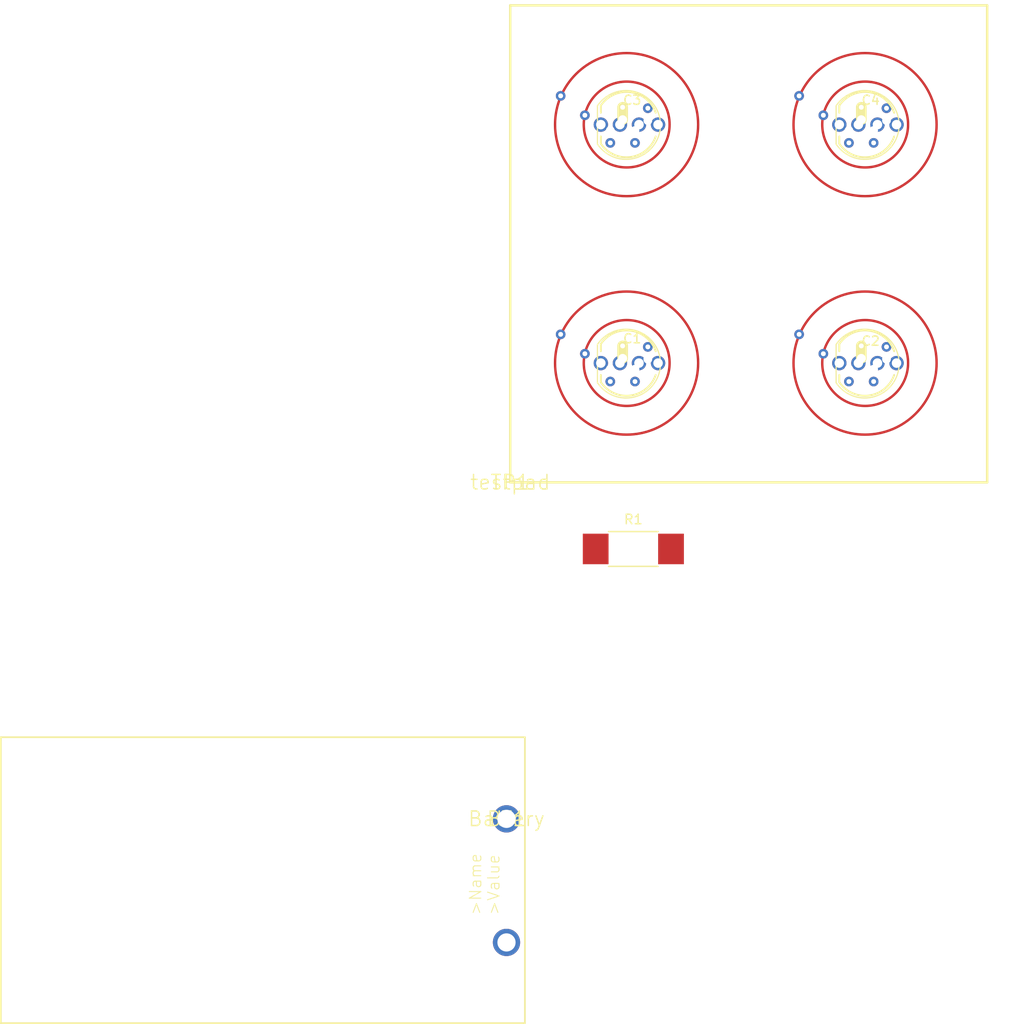
<source format=kicad_pcb>
(kicad_pcb (version 4) (host pcbnew 4.0.4-stable)

  (general
    (links 6)
    (no_connects 6)
    (area 0 0 0 0)
    (thickness 1.6)
    (drawings 0)
    (tracks 0)
    (zones 0)
    (modules 3)
    (nets 3)
  )

  (page A4)
  (layers
    (0 F.Cu signal)
    (31 B.Cu signal)
    (32 B.Adhes user)
    (33 F.Adhes user)
    (34 B.Paste user)
    (35 F.Paste user)
    (36 B.SilkS user)
    (37 F.SilkS user)
    (38 B.Mask user)
    (39 F.Mask user)
    (40 Dwgs.User user)
    (41 Cmts.User user)
    (42 Eco1.User user)
    (43 Eco2.User user)
    (44 Edge.Cuts user)
    (45 Margin user)
    (46 B.CrtYd user)
    (47 F.CrtYd user)
    (48 B.Fab user)
    (49 F.Fab user)
  )

  (setup
    (last_trace_width 0.25)
    (trace_clearance 0.2)
    (zone_clearance 0.508)
    (zone_45_only no)
    (trace_min 0.2)
    (segment_width 0.2)
    (edge_width 0.15)
    (via_size 0.6)
    (via_drill 0.4)
    (via_min_size 0.4)
    (via_min_drill 0.3)
    (uvia_size 0.3)
    (uvia_drill 0.1)
    (uvias_allowed no)
    (uvia_min_size 0.2)
    (uvia_min_drill 0.1)
    (pcb_text_width 0.3)
    (pcb_text_size 1.5 1.5)
    (mod_edge_width 0.15)
    (mod_text_size 1 1)
    (mod_text_width 0.15)
    (pad_size 1.524 1.524)
    (pad_drill 0.762)
    (pad_to_mask_clearance 0.2)
    (aux_axis_origin 0 0)
    (visible_elements FFFFFF7F)
    (pcbplotparams
      (layerselection 0x00030_80000001)
      (usegerberextensions false)
      (excludeedgelayer true)
      (linewidth 0.100000)
      (plotframeref false)
      (viasonmask false)
      (mode 1)
      (useauxorigin false)
      (hpglpennumber 1)
      (hpglpenspeed 20)
      (hpglpendiameter 15)
      (hpglpenoverlay 2)
      (psnegative false)
      (psa4output false)
      (plotreference true)
      (plotvalue true)
      (plotinvisibletext false)
      (padsonsilk false)
      (subtractmaskfromsilk false)
      (outputformat 1)
      (mirror false)
      (drillshape 1)
      (scaleselection 1)
      (outputdirectory ""))
  )

  (net 0 "")
  (net 1 "Net-(BT1-Pad2)")
  (net 2 "Net-(BT1-Pad1)")

  (net_class Default "This is the default net class."
    (clearance 0.2)
    (trace_width 0.25)
    (via_dia 0.6)
    (via_drill 0.4)
    (uvia_dia 0.3)
    (uvia_drill 0.1)
    (add_net "Net-(BT1-Pad1)")
    (add_net "Net-(BT1-Pad2)")
  )

  (module SparkFun-Electromechanical:BATTCON_9V (layer F.Cu) (tedit 0) (tstamp 582C4507)
    (at 148.5011 105.0036)
    (path /582B781F)
    (fp_text reference BT1 (at 0 0) (layer F.SilkS)
      (effects (font (thickness 0.15)))
    )
    (fp_text value Battery (at 0 0) (layer F.SilkS)
      (effects (font (thickness 0.15)))
    )
    (fp_line (start -53.0098 -8.5598) (end 1.9304 -8.5598) (layer F.SilkS) (width 0.1778))
    (fp_line (start 1.9304 -8.5598) (end 1.9304 21.4122) (layer F.SilkS) (width 0.1778))
    (fp_line (start 1.9304 21.4122) (end -53.0098 21.4122) (layer F.SilkS) (width 0.1778))
    (fp_line (start -53.0098 21.4122) (end -53.0098 -8.5598) (layer F.SilkS) (width 0.1778))
    (fp_text user >Name (at -2.54 10.16 90) (layer F.SilkS)
      (effects (font (size 1.2065 1.2065) (thickness 0.1016)) (justify left bottom))
    )
    (fp_text user >Value (at -0.635 10.16 90) (layer F.SilkS)
      (effects (font (size 1.2065 1.2065) (thickness 0.1016)) (justify left bottom))
    )
    (fp_circle (center -39.2684 -4.7498) (end -37.9984 -4.7498) (layer Dwgs.User) (width 0.127))
    (fp_circle (center -12.2936 -4.7498) (end -11.0236 -4.7498) (layer Dwgs.User) (width 0.127))
    (fp_circle (center -25.781 17.6022) (end -24.511 17.6022) (layer Dwgs.User) (width 0.127))
    (pad + thru_hole circle (at 0 0) (size 2.8575 2.8575) (drill 1.905) (layers *.Cu *.Mask))
    (pad - thru_hole circle (at 0 12.954) (size 2.8575 2.8575) (drill 1.905) (layers *.Cu *.Mask))
  )

  (module Resistors_SMD:R_2512_HandSoldering (layer F.Cu) (tedit 5418A1CA) (tstamp 582C450D)
    (at 161.798 76.708)
    (descr "Resistor SMD 2512, hand soldering")
    (tags "resistor 2512")
    (path /582C43BB)
    (attr smd)
    (fp_text reference R1 (at 0 -3.1) (layer F.SilkS)
      (effects (font (size 1 1) (thickness 0.15)))
    )
    (fp_text value R (at 0 3.1) (layer F.Fab)
      (effects (font (size 1 1) (thickness 0.15)))
    )
    (fp_line (start -5.6 -1.95) (end 5.6 -1.95) (layer F.CrtYd) (width 0.05))
    (fp_line (start -5.6 1.95) (end 5.6 1.95) (layer F.CrtYd) (width 0.05))
    (fp_line (start -5.6 -1.95) (end -5.6 1.95) (layer F.CrtYd) (width 0.05))
    (fp_line (start 5.6 -1.95) (end 5.6 1.95) (layer F.CrtYd) (width 0.05))
    (fp_line (start 2.6 1.825) (end -2.6 1.825) (layer F.SilkS) (width 0.15))
    (fp_line (start -2.6 -1.825) (end 2.6 -1.825) (layer F.SilkS) (width 0.15))
    (pad 1 smd rect (at -3.95 0) (size 2.7 3.2) (layers F.Cu F.Paste F.Mask)
      (net 2 "Net-(BT1-Pad1)"))
    (pad 2 smd rect (at 3.95 0) (size 2.7 3.2) (layers F.Cu F.Paste F.Mask)
      (net 1 "Net-(BT1-Pad2)"))
    (model Resistors_SMD.3dshapes/R_2512_HandSoldering.wrl
      (at (xyz 0 0 0))
      (scale (xyz 1 1 1))
      (rotate (xyz 0 0 0))
    )
  )

  (module buttonpadtest:BUTTONPAD-2X2 (layer F.Cu) (tedit 0) (tstamp 582C4551)
    (at 148.89 69.723)
    (path /582B7627)
    (fp_text reference TP1 (at 0 0) (layer F.SilkS)
      (effects (font (thickness 0.15)))
    )
    (fp_text value testpad (at 0 0) (layer F.SilkS)
      (effects (font (thickness 0.15)))
    )
    (fp_line (start 0 0) (end 0 -50) (layer F.SilkS) (width 0.254))
    (fp_line (start 0 -50) (end 50 -50) (layer F.SilkS) (width 0.254))
    (fp_line (start 50 -50) (end 50 0) (layer F.SilkS) (width 0.254))
    (fp_line (start 50 0) (end 0 0) (layer F.SilkS) (width 0.254))
    (fp_line (start 12.5 -50.5) (end 12.5 1) (layer Dwgs.User) (width 0.127))
    (fp_line (start 37.5 0.5) (end 37.5 -50.5) (layer Dwgs.User) (width 0.127))
    (fp_line (start 52 -37.5) (end -2 -37.5) (layer Dwgs.User) (width 0.127))
    (fp_line (start 53.5 -12.5) (end -1.5 -12.5) (layer Dwgs.User) (width 0.127))
    (fp_line (start 5.41 -39.24) (end 7.78 -38.48) (layer F.Mask) (width 0.254))
    (fp_line (start 4.73 -38.01) (end 7.02 -37.87) (layer F.Mask) (width 0.254))
    (fp_line (start 5.44 -36.75) (end 7.74 -36.9) (layer F.Mask) (width 0.254))
    (fp_line (start 7.31 -36.03) (end 5.03 -35.52) (layer F.Mask) (width 0.254))
    (fp_line (start 6.19 -34.48) (end 8.19 -35.42) (layer F.Mask) (width 0.254))
    (fp_line (start 6.08 -33.22) (end 8.03 -34.37) (layer F.Mask) (width 0.254))
    (fp_line (start 9.15 -34.16) (end 7.28 -32.58) (layer F.Mask) (width 0.254))
    (fp_line (start 9.44 -33.13) (end 8.1 -31.28) (layer F.Mask) (width 0.254))
    (fp_line (start 9.46 -31.19) (end 10.45 -33.25) (layer F.Mask) (width 0.254))
    (fp_line (start 10.91 -32.55) (end 10.15 -30.37) (layer F.Mask) (width 0.254))
    (fp_line (start 11.49 -30.66) (end 11.84 -32.99) (layer F.Mask) (width 0.254))
    (fp_line (start 12.49 -32.29) (end 12.42 -30.06) (layer F.Mask) (width 0.254))
    (fp_line (start 13.64 -30.74) (end 13.18 -33.09) (layer F.Mask) (width 0.254))
    (fp_line (start 14.05 -32.62) (end 14.83 -30.57) (layer F.Mask) (width 0.254))
    (fp_line (start 15.83 -31.52) (end 14.58 -33.66) (layer F.Mask) (width 0.254))
    (fp_line (start 15.57 -33.44) (end 16.77 -31.66) (layer F.Mask) (width 0.254))
    (fp_line (start 15.66 -34.6) (end 17.21 -32.98) (layer F.Mask) (width 0.254))
    (fp_line (start 16.64 -34.72) (end 18.39 -33.42) (layer F.Mask) (width 0.254))
    (fp_line (start 16.43 -35.93) (end 18.56 -34.88) (layer F.Mask) (width 0.254))
    (fp_line (start 17.25 -36.38) (end 19.37 -35.7) (layer F.Mask) (width 0.254))
    (fp_line (start 16.71 -37.07) (end 19.07 -36.91) (layer F.Mask) (width 0.254))
    (fp_line (start 17.37 -37.77) (end 19.66 -37.74) (layer F.Mask) (width 0.254))
    (fp_line (start 16.67 -38.36) (end 19.01 -38.68) (layer F.Mask) (width 0.254))
    (fp_line (start 17.09 -39.32) (end 19.33 -39.74) (layer F.Mask) (width 0.254))
    (fp_line (start 16.23 -39.68) (end 18.4 -40.65) (layer F.Mask) (width 0.254))
    (fp_line (start 16.34 -40.55) (end 18.37 -41.64) (layer F.Mask) (width 0.254))
    (fp_line (start 15.39 -40.77) (end 17.21 -42.2) (layer F.Mask) (width 0.254))
    (fp_line (start 16.73 -43.42) (end 15.17 -41.64) (layer F.Mask) (width 0.254))
    (fp_line (start 14.2 -41.6) (end 15.54 -43.51) (layer F.Mask) (width 0.254))
    (fp_line (start 13.7 -42.52) (end 14.54 -44.54) (layer F.Mask) (width 0.254))
    (fp_line (start 12.76 -42.01) (end 13.3 -44.29) (layer F.Mask) (width 0.254))
    (fp_line (start 12.2 -42.87) (end 12.2 -44.99) (layer F.Mask) (width 0.254))
    (fp_line (start 11.62 -41.98) (end 11.21 -44.45) (layer F.Mask) (width 0.254))
    (fp_line (start 10.88 -42.68) (end 10.02 -44.65) (layer F.Mask) (width 0.254))
    (fp_line (start 9.35 -43.78) (end 10.46 -41.8) (layer F.Mask) (width 0.254))
    (fp_line (start 8.16 -43.74) (end 9.61 -41.86) (layer F.Mask) (width 0.254))
    (fp_line (start 7.76 -42.74) (end 9.32 -41.02) (layer F.Mask) (width 0.254))
    (fp_line (start 6.68 -42.51) (end 8.2 -41) (layer F.Mask) (width 0.254))
    (fp_line (start 6.43 -41.16) (end 8.29 -39.93) (layer F.Mask) (width 0.254))
    (fp_line (start 5.36 -40.53) (end 7.42 -39.5) (layer F.Mask) (width 0.254))
    (fp_arc (start 12.1875 -37.312499) (end 9.5 -35.5) (angle -126.869898) (layer F.SilkS) (width 0.2032))
    (fp_arc (start 12.1875 -37.6875) (end 9.5 -39.5) (angle 126.869898) (layer F.SilkS) (width 0.2032))
    (fp_line (start 9.5 -39.5) (end 9.5 -38.75) (layer F.SilkS) (width 0.2032))
    (fp_line (start 9.5 -35.5) (end 9.5 -36.25) (layer F.SilkS) (width 0.2032))
    (fp_line (start 30.41 -39.24) (end 32.78 -38.48) (layer F.Mask) (width 0.254))
    (fp_line (start 29.73 -38.01) (end 32.02 -37.87) (layer F.Mask) (width 0.254))
    (fp_line (start 30.44 -36.75) (end 32.74 -36.9) (layer F.Mask) (width 0.254))
    (fp_line (start 32.31 -36.03) (end 30.03 -35.52) (layer F.Mask) (width 0.254))
    (fp_line (start 31.19 -34.48) (end 33.19 -35.42) (layer F.Mask) (width 0.254))
    (fp_line (start 31.08 -33.22) (end 33.03 -34.37) (layer F.Mask) (width 0.254))
    (fp_line (start 34.15 -34.16) (end 32.28 -32.58) (layer F.Mask) (width 0.254))
    (fp_line (start 34.44 -33.13) (end 33.1 -31.28) (layer F.Mask) (width 0.254))
    (fp_line (start 34.46 -31.19) (end 35.45 -33.25) (layer F.Mask) (width 0.254))
    (fp_line (start 35.91 -32.55) (end 35.15 -30.37) (layer F.Mask) (width 0.254))
    (fp_line (start 36.49 -30.66) (end 36.84 -32.99) (layer F.Mask) (width 0.254))
    (fp_line (start 37.49 -32.29) (end 37.42 -30.06) (layer F.Mask) (width 0.254))
    (fp_line (start 38.64 -30.74) (end 38.18 -33.09) (layer F.Mask) (width 0.254))
    (fp_line (start 39.05 -32.62) (end 39.83 -30.57) (layer F.Mask) (width 0.254))
    (fp_line (start 40.83 -31.52) (end 39.58 -33.66) (layer F.Mask) (width 0.254))
    (fp_line (start 40.57 -33.44) (end 41.77 -31.66) (layer F.Mask) (width 0.254))
    (fp_line (start 40.66 -34.6) (end 42.21 -32.98) (layer F.Mask) (width 0.254))
    (fp_line (start 41.64 -34.72) (end 43.39 -33.42) (layer F.Mask) (width 0.254))
    (fp_line (start 41.43 -35.93) (end 43.56 -34.88) (layer F.Mask) (width 0.254))
    (fp_line (start 42.25 -36.38) (end 44.37 -35.7) (layer F.Mask) (width 0.254))
    (fp_line (start 41.71 -37.07) (end 44.07 -36.91) (layer F.Mask) (width 0.254))
    (fp_line (start 42.37 -37.77) (end 44.66 -37.74) (layer F.Mask) (width 0.254))
    (fp_line (start 41.67 -38.36) (end 44.01 -38.68) (layer F.Mask) (width 0.254))
    (fp_line (start 42.09 -39.32) (end 44.33 -39.74) (layer F.Mask) (width 0.254))
    (fp_line (start 41.23 -39.68) (end 43.4 -40.65) (layer F.Mask) (width 0.254))
    (fp_line (start 41.34 -40.55) (end 43.37 -41.64) (layer F.Mask) (width 0.254))
    (fp_line (start 40.39 -40.77) (end 42.21 -42.2) (layer F.Mask) (width 0.254))
    (fp_line (start 41.73 -43.42) (end 40.17 -41.64) (layer F.Mask) (width 0.254))
    (fp_line (start 39.2 -41.6) (end 40.54 -43.51) (layer F.Mask) (width 0.254))
    (fp_line (start 38.7 -42.52) (end 39.54 -44.54) (layer F.Mask) (width 0.254))
    (fp_line (start 37.76 -42.01) (end 38.3 -44.29) (layer F.Mask) (width 0.254))
    (fp_line (start 37.2 -42.87) (end 37.2 -44.99) (layer F.Mask) (width 0.254))
    (fp_line (start 36.62 -41.98) (end 36.21 -44.45) (layer F.Mask) (width 0.254))
    (fp_line (start 35.88 -42.68) (end 35.02 -44.65) (layer F.Mask) (width 0.254))
    (fp_line (start 34.35 -43.78) (end 35.46 -41.8) (layer F.Mask) (width 0.254))
    (fp_line (start 33.16 -43.74) (end 34.61 -41.86) (layer F.Mask) (width 0.254))
    (fp_line (start 32.76 -42.74) (end 34.32 -41.02) (layer F.Mask) (width 0.254))
    (fp_line (start 31.68 -42.51) (end 33.2 -41) (layer F.Mask) (width 0.254))
    (fp_line (start 31.43 -41.16) (end 33.29 -39.93) (layer F.Mask) (width 0.254))
    (fp_line (start 30.36 -40.53) (end 32.42 -39.5) (layer F.Mask) (width 0.254))
    (fp_arc (start 37.1875 -37.312499) (end 34.5 -35.5) (angle -126.869898) (layer F.SilkS) (width 0.2032))
    (fp_arc (start 37.1875 -37.6875) (end 34.5 -39.5) (angle 126.869898) (layer F.SilkS) (width 0.2032))
    (fp_line (start 34.5 -39.5) (end 34.5 -38.75) (layer F.SilkS) (width 0.2032))
    (fp_line (start 34.5 -35.5) (end 34.5 -36.25) (layer F.SilkS) (width 0.2032))
    (fp_line (start 5.41 -14.24) (end 7.78 -13.48) (layer F.Mask) (width 0.254))
    (fp_line (start 4.73 -13.01) (end 7.02 -12.87) (layer F.Mask) (width 0.254))
    (fp_line (start 5.44 -11.75) (end 7.74 -11.9) (layer F.Mask) (width 0.254))
    (fp_line (start 7.31 -11.03) (end 5.03 -10.52) (layer F.Mask) (width 0.254))
    (fp_line (start 6.19 -9.48) (end 8.19 -10.42) (layer F.Mask) (width 0.254))
    (fp_line (start 6.08 -8.22) (end 8.03 -9.37) (layer F.Mask) (width 0.254))
    (fp_line (start 9.15 -9.16) (end 7.28 -7.58) (layer F.Mask) (width 0.254))
    (fp_line (start 9.44 -8.13) (end 8.1 -6.28) (layer F.Mask) (width 0.254))
    (fp_line (start 9.46 -6.19) (end 10.45 -8.25) (layer F.Mask) (width 0.254))
    (fp_line (start 10.91 -7.55) (end 10.15 -5.37) (layer F.Mask) (width 0.254))
    (fp_line (start 11.49 -5.66) (end 11.84 -7.99) (layer F.Mask) (width 0.254))
    (fp_line (start 12.49 -7.29) (end 12.42 -5.06) (layer F.Mask) (width 0.254))
    (fp_line (start 13.64 -5.74) (end 13.18 -8.09) (layer F.Mask) (width 0.254))
    (fp_line (start 14.05 -7.62) (end 14.83 -5.57) (layer F.Mask) (width 0.254))
    (fp_line (start 15.83 -6.52) (end 14.58 -8.66) (layer F.Mask) (width 0.254))
    (fp_line (start 15.57 -8.44) (end 16.77 -6.66) (layer F.Mask) (width 0.254))
    (fp_line (start 15.66 -9.6) (end 17.21 -7.98) (layer F.Mask) (width 0.254))
    (fp_line (start 16.64 -9.72) (end 18.39 -8.42) (layer F.Mask) (width 0.254))
    (fp_line (start 16.43 -10.93) (end 18.56 -9.88) (layer F.Mask) (width 0.254))
    (fp_line (start 17.25 -11.38) (end 19.37 -10.7) (layer F.Mask) (width 0.254))
    (fp_line (start 16.71 -12.07) (end 19.07 -11.91) (layer F.Mask) (width 0.254))
    (fp_line (start 17.37 -12.77) (end 19.66 -12.74) (layer F.Mask) (width 0.254))
    (fp_line (start 16.67 -13.36) (end 19.01 -13.68) (layer F.Mask) (width 0.254))
    (fp_line (start 17.09 -14.32) (end 19.33 -14.74) (layer F.Mask) (width 0.254))
    (fp_line (start 16.23 -14.68) (end 18.4 -15.65) (layer F.Mask) (width 0.254))
    (fp_line (start 16.34 -15.55) (end 18.37 -16.64) (layer F.Mask) (width 0.254))
    (fp_line (start 15.39 -15.77) (end 17.21 -17.2) (layer F.Mask) (width 0.254))
    (fp_line (start 16.73 -18.42) (end 15.17 -16.64) (layer F.Mask) (width 0.254))
    (fp_line (start 14.2 -16.6) (end 15.54 -18.51) (layer F.Mask) (width 0.254))
    (fp_line (start 13.7 -17.52) (end 14.54 -19.54) (layer F.Mask) (width 0.254))
    (fp_line (start 12.76 -17.01) (end 13.3 -19.29) (layer F.Mask) (width 0.254))
    (fp_line (start 12.2 -17.87) (end 12.2 -19.99) (layer F.Mask) (width 0.254))
    (fp_line (start 11.62 -16.98) (end 11.21 -19.45) (layer F.Mask) (width 0.254))
    (fp_line (start 10.88 -17.68) (end 10.02 -19.65) (layer F.Mask) (width 0.254))
    (fp_line (start 9.35 -18.78) (end 10.46 -16.8) (layer F.Mask) (width 0.254))
    (fp_line (start 8.16 -18.74) (end 9.61 -16.86) (layer F.Mask) (width 0.254))
    (fp_line (start 7.76 -17.74) (end 9.32 -16.02) (layer F.Mask) (width 0.254))
    (fp_line (start 6.68 -17.51) (end 8.2 -16) (layer F.Mask) (width 0.254))
    (fp_line (start 6.43 -16.16) (end 8.29 -14.93) (layer F.Mask) (width 0.254))
    (fp_line (start 5.36 -15.53) (end 7.42 -14.5) (layer F.Mask) (width 0.254))
    (fp_arc (start 12.1875 -12.312499) (end 9.5 -10.5) (angle -126.869898) (layer F.SilkS) (width 0.2032))
    (fp_arc (start 12.1875 -12.6875) (end 9.5 -14.5) (angle 126.869898) (layer F.SilkS) (width 0.2032))
    (fp_line (start 9.5 -14.5) (end 9.5 -13.75) (layer F.SilkS) (width 0.2032))
    (fp_line (start 9.5 -10.5) (end 9.5 -11.25) (layer F.SilkS) (width 0.2032))
    (fp_line (start 30.41 -14.24) (end 32.78 -13.48) (layer F.Mask) (width 0.254))
    (fp_line (start 29.73 -13.01) (end 32.02 -12.87) (layer F.Mask) (width 0.254))
    (fp_line (start 30.44 -11.75) (end 32.74 -11.9) (layer F.Mask) (width 0.254))
    (fp_line (start 32.31 -11.03) (end 30.03 -10.52) (layer F.Mask) (width 0.254))
    (fp_line (start 31.19 -9.48) (end 33.19 -10.42) (layer F.Mask) (width 0.254))
    (fp_line (start 31.08 -8.22) (end 33.03 -9.37) (layer F.Mask) (width 0.254))
    (fp_line (start 34.15 -9.16) (end 32.28 -7.58) (layer F.Mask) (width 0.254))
    (fp_line (start 34.44 -8.13) (end 33.1 -6.28) (layer F.Mask) (width 0.254))
    (fp_line (start 34.46 -6.19) (end 35.45 -8.25) (layer F.Mask) (width 0.254))
    (fp_line (start 35.91 -7.55) (end 35.15 -5.37) (layer F.Mask) (width 0.254))
    (fp_line (start 36.49 -5.66) (end 36.84 -7.99) (layer F.Mask) (width 0.254))
    (fp_line (start 37.49 -7.29) (end 37.42 -5.06) (layer F.Mask) (width 0.254))
    (fp_line (start 38.64 -5.74) (end 38.18 -8.09) (layer F.Mask) (width 0.254))
    (fp_line (start 39.05 -7.62) (end 39.83 -5.57) (layer F.Mask) (width 0.254))
    (fp_line (start 40.83 -6.52) (end 39.58 -8.66) (layer F.Mask) (width 0.254))
    (fp_line (start 40.57 -8.44) (end 41.77 -6.66) (layer F.Mask) (width 0.254))
    (fp_line (start 40.66 -9.6) (end 42.21 -7.98) (layer F.Mask) (width 0.254))
    (fp_line (start 41.64 -9.72) (end 43.39 -8.42) (layer F.Mask) (width 0.254))
    (fp_line (start 41.43 -10.93) (end 43.56 -9.88) (layer F.Mask) (width 0.254))
    (fp_line (start 42.25 -11.38) (end 44.37 -10.7) (layer F.Mask) (width 0.254))
    (fp_line (start 41.71 -12.07) (end 44.07 -11.91) (layer F.Mask) (width 0.254))
    (fp_line (start 42.37 -12.77) (end 44.66 -12.74) (layer F.Mask) (width 0.254))
    (fp_line (start 41.67 -13.36) (end 44.01 -13.68) (layer F.Mask) (width 0.254))
    (fp_line (start 42.09 -14.32) (end 44.33 -14.74) (layer F.Mask) (width 0.254))
    (fp_line (start 41.23 -14.68) (end 43.4 -15.65) (layer F.Mask) (width 0.254))
    (fp_line (start 41.34 -15.55) (end 43.37 -16.64) (layer F.Mask) (width 0.254))
    (fp_line (start 40.39 -15.77) (end 42.21 -17.2) (layer F.Mask) (width 0.254))
    (fp_line (start 41.73 -18.42) (end 40.17 -16.64) (layer F.Mask) (width 0.254))
    (fp_line (start 39.2 -16.6) (end 40.54 -18.51) (layer F.Mask) (width 0.254))
    (fp_line (start 38.7 -17.52) (end 39.54 -19.54) (layer F.Mask) (width 0.254))
    (fp_line (start 37.76 -17.01) (end 38.3 -19.29) (layer F.Mask) (width 0.254))
    (fp_line (start 37.2 -17.87) (end 37.2 -19.99) (layer F.Mask) (width 0.254))
    (fp_line (start 36.62 -16.98) (end 36.21 -19.45) (layer F.Mask) (width 0.254))
    (fp_line (start 35.88 -17.68) (end 35.02 -19.65) (layer F.Mask) (width 0.254))
    (fp_line (start 34.35 -18.78) (end 35.46 -16.8) (layer F.Mask) (width 0.254))
    (fp_line (start 33.16 -18.74) (end 34.61 -16.86) (layer F.Mask) (width 0.254))
    (fp_line (start 32.76 -17.74) (end 34.32 -16.02) (layer F.Mask) (width 0.254))
    (fp_line (start 31.68 -17.51) (end 33.2 -16) (layer F.Mask) (width 0.254))
    (fp_line (start 31.43 -16.16) (end 33.29 -14.93) (layer F.Mask) (width 0.254))
    (fp_line (start 30.36 -15.53) (end 32.42 -14.5) (layer F.Mask) (width 0.254))
    (fp_arc (start 37.1875 -12.312499) (end 34.5 -10.5) (angle -126.869898) (layer F.SilkS) (width 0.2032))
    (fp_arc (start 37.1875 -12.6875) (end 34.5 -14.5) (angle 126.869898) (layer F.SilkS) (width 0.2032))
    (fp_line (start 34.5 -14.5) (end 34.5 -13.75) (layer F.SilkS) (width 0.2032))
    (fp_line (start 34.5 -10.5) (end 34.5 -11.25) (layer F.SilkS) (width 0.2032))
    (fp_line (start 9.146 -39.465) (end 9.146 -35.465) (layer F.SilkS) (width 0.127))
    (fp_arc (start 12.146 -37.465) (end 9.146 -35.465) (angle -292.619865) (layer F.SilkS) (width 0.127))
    (fp_line (start 11.7856 -38.0238) (end 11.7856 -39.3192) (layer B.Mask) (width 1.143))
    (fp_line (start 14.4272 -37.9222) (end 14.4272 -39.2176) (layer B.Mask) (width 1.143))
    (fp_line (start 13.081 -35.5854) (end 13.081 -36.8808) (layer B.Mask) (width 1.143))
    (fp_line (start 10.4902 -35.5854) (end 10.4902 -36.8808) (layer B.Mask) (width 1.143))
    (fp_line (start 11.7856 -38.0238) (end 11.7856 -39.3192) (layer F.SilkS) (width 1.1176))
    (fp_line (start 34.165 -39.465) (end 34.165 -35.465) (layer F.SilkS) (width 0.127))
    (fp_arc (start 37.165 -37.465) (end 34.165 -35.465) (angle -292.619865) (layer F.SilkS) (width 0.127))
    (fp_line (start 36.8046 -38.0238) (end 36.8046 -39.3192) (layer B.Mask) (width 1.143))
    (fp_line (start 39.4462 -37.9222) (end 39.4462 -39.2176) (layer B.Mask) (width 1.143))
    (fp_line (start 38.1 -35.5854) (end 38.1 -36.8808) (layer B.Mask) (width 1.143))
    (fp_line (start 35.5092 -35.5854) (end 35.5092 -36.8808) (layer B.Mask) (width 1.143))
    (fp_line (start 36.8046 -38.0238) (end 36.8046 -39.3192) (layer F.SilkS) (width 1.1176))
    (fp_line (start 9.146 -14.446) (end 9.146 -10.446) (layer F.SilkS) (width 0.127))
    (fp_arc (start 12.146 -12.446) (end 9.146 -10.446) (angle -292.619865) (layer F.SilkS) (width 0.127))
    (fp_line (start 11.7856 -13.0048) (end 11.7856 -14.3002) (layer B.Mask) (width 1.143))
    (fp_line (start 14.4272 -12.9032) (end 14.4272 -14.1986) (layer B.Mask) (width 1.143))
    (fp_line (start 13.081 -10.5664) (end 13.081 -11.8618) (layer B.Mask) (width 1.143))
    (fp_line (start 10.4902 -10.5664) (end 10.4902 -11.8618) (layer B.Mask) (width 1.143))
    (fp_line (start 11.7856 -13.0048) (end 11.7856 -14.3002) (layer F.SilkS) (width 1.1176))
    (fp_line (start 34.165 -14.446) (end 34.165 -10.446) (layer F.SilkS) (width 0.127))
    (fp_arc (start 37.165 -12.446) (end 34.165 -10.446) (angle -292.619865) (layer F.SilkS) (width 0.127))
    (fp_line (start 36.8046 -13.0048) (end 36.8046 -14.3002) (layer B.Mask) (width 1.143))
    (fp_line (start 39.4462 -12.9032) (end 39.4462 -14.1986) (layer B.Mask) (width 1.143))
    (fp_line (start 38.1 -10.5664) (end 38.1 -11.8618) (layer B.Mask) (width 1.143))
    (fp_line (start 35.5092 -10.5664) (end 35.5092 -11.8618) (layer B.Mask) (width 1.143))
    (fp_line (start 36.8046 -13.0048) (end 36.8046 -14.3002) (layer F.SilkS) (width 1.1176))
    (fp_circle (center 12.2 -37.5) (end 19.7 -37.5) (layer F.Cu) (width 0.254))
    (fp_circle (center 12.21 -37.51) (end 16.71 -37.51) (layer F.Cu) (width 0.254))
    (fp_circle (center 12.2 -37.51) (end 16.7106 -37.51) (layer F.Mask) (width 0.254))
    (fp_circle (center 12.2 -37.5) (end 19.6998 -37.5) (layer F.Mask) (width 0.254))
    (fp_circle (center 37.2 -37.5) (end 44.7 -37.5) (layer F.Cu) (width 0.254))
    (fp_circle (center 37.21 -37.51) (end 41.71 -37.51) (layer F.Cu) (width 0.254))
    (fp_circle (center 37.2 -37.51) (end 41.7106 -37.51) (layer F.Mask) (width 0.254))
    (fp_circle (center 37.2 -37.5) (end 44.6998 -37.5) (layer F.Mask) (width 0.254))
    (fp_circle (center 12.2 -12.5) (end 19.7 -12.5) (layer F.Cu) (width 0.254))
    (fp_circle (center 12.21 -12.51) (end 16.71 -12.51) (layer F.Cu) (width 0.254))
    (fp_circle (center 12.2 -12.51) (end 16.7106 -12.51) (layer F.Mask) (width 0.254))
    (fp_circle (center 12.2 -12.5) (end 19.6998 -12.5) (layer F.Mask) (width 0.254))
    (fp_circle (center 37.2 -12.5) (end 44.7 -12.5) (layer F.Cu) (width 0.254))
    (fp_circle (center 37.21 -12.51) (end 41.71 -12.51) (layer F.Cu) (width 0.254))
    (fp_circle (center 37.2 -12.51) (end 41.7106 -12.51) (layer F.Mask) (width 0.254))
    (fp_circle (center 37.2 -12.5) (end 44.6998 -12.5) (layer F.Mask) (width 0.254))
    (fp_text user C3 (at 11.75 -39.5) (layer F.SilkS)
      (effects (font (size 0.9652 0.9652) (thickness 0.1524)) (justify left bottom))
    )
    (fp_text user C4 (at 36.75 -39.5) (layer F.SilkS)
      (effects (font (size 0.9652 0.9652) (thickness 0.1524)) (justify left bottom))
    )
    (fp_text user C1 (at 11.75 -14.5) (layer F.SilkS)
      (effects (font (size 0.9652 0.9652) (thickness 0.1524)) (justify left bottom))
    )
    (fp_text user C2 (at 36.75 -14.25) (layer F.SilkS)
      (effects (font (size 0.9652 0.9652) (thickness 0.1524)) (justify left bottom))
    )
    (fp_poly (pts (xy 12.7432 -37.1932) (xy 13.4036 -37.1932) (xy 13.4036 -37.7266) (xy 12.7432 -37.7266)) (layer Dwgs.User) (width 0))
    (fp_poly (pts (xy 11.4884 -37.1932) (xy 12.1488 -37.1932) (xy 12.1488 -37.7266) (xy 11.4884 -37.7266)) (layer Dwgs.User) (width 0))
    (fp_poly (pts (xy 10.2362 -37.1932) (xy 10.8966 -37.1932) (xy 10.8966 -37.7266) (xy 10.2362 -37.7266)) (layer Dwgs.User) (width 0))
    (fp_poly (pts (xy 13.9954 -37.1932) (xy 14.6558 -37.1932) (xy 14.6558 -37.7266) (xy 13.9954 -37.7266)) (layer Dwgs.User) (width 0))
    (fp_poly (pts (xy 37.7622 -37.1932) (xy 38.4226 -37.1932) (xy 38.4226 -37.7266) (xy 37.7622 -37.7266)) (layer Dwgs.User) (width 0))
    (fp_poly (pts (xy 36.5074 -37.1932) (xy 37.1678 -37.1932) (xy 37.1678 -37.7266) (xy 36.5074 -37.7266)) (layer Dwgs.User) (width 0))
    (fp_poly (pts (xy 35.2552 -37.1932) (xy 35.9156 -37.1932) (xy 35.9156 -37.7266) (xy 35.2552 -37.7266)) (layer Dwgs.User) (width 0))
    (fp_poly (pts (xy 39.0144 -37.1932) (xy 39.6748 -37.1932) (xy 39.6748 -37.7266) (xy 39.0144 -37.7266)) (layer Dwgs.User) (width 0))
    (fp_poly (pts (xy 12.7432 -12.1742) (xy 13.4036 -12.1742) (xy 13.4036 -12.7076) (xy 12.7432 -12.7076)) (layer Dwgs.User) (width 0))
    (fp_poly (pts (xy 11.4884 -12.1742) (xy 12.1488 -12.1742) (xy 12.1488 -12.7076) (xy 11.4884 -12.7076)) (layer Dwgs.User) (width 0))
    (fp_poly (pts (xy 10.2362 -12.1742) (xy 10.8966 -12.1742) (xy 10.8966 -12.7076) (xy 10.2362 -12.7076)) (layer Dwgs.User) (width 0))
    (fp_poly (pts (xy 13.9954 -12.1742) (xy 14.6558 -12.1742) (xy 14.6558 -12.7076) (xy 13.9954 -12.7076)) (layer Dwgs.User) (width 0))
    (fp_poly (pts (xy 37.7622 -12.1742) (xy 38.4226 -12.1742) (xy 38.4226 -12.7076) (xy 37.7622 -12.7076)) (layer Dwgs.User) (width 0))
    (fp_poly (pts (xy 36.5074 -12.1742) (xy 37.1678 -12.1742) (xy 37.1678 -12.7076) (xy 36.5074 -12.7076)) (layer Dwgs.User) (width 0))
    (fp_poly (pts (xy 35.2552 -12.1742) (xy 35.9156 -12.1742) (xy 35.9156 -12.7076) (xy 35.2552 -12.7076)) (layer Dwgs.User) (width 0))
    (fp_poly (pts (xy 39.0144 -12.1742) (xy 39.6748 -12.1742) (xy 39.6748 -12.7076) (xy 39.0144 -12.7076)) (layer Dwgs.User) (width 0))
    (pad GND3 thru_hole circle (at 11.5 -37.5 90) (size 1.508 1.508) (drill 1) (layers *.Cu *.Mask))
    (pad BLU3 thru_hole circle (at 13.5 -37.5 90) (size 1.508 1.508) (drill 1) (layers *.Cu *.Mask))
    (pad GRN3 thru_hole circle (at 15.5 -37.5 90) (size 1.508 1.508) (drill 1) (layers *.Cu *.Mask))
    (pad RED3 thru_hole circle (at 9.5 -37.5 270) (size 1.508 1.508) (drill 1) (layers *.Cu *.Mask))
    (pad SIG6 thru_hole circle (at 7.828 -38.481) (size 1.016 1.016) (drill 0.508) (layers *.Cu *.Mask))
    (pad SIG5 thru_hole circle (at 5.288 -40.513) (size 1.016 1.016) (drill 0.508) (layers *.Cu *.Mask))
    (pad GND4 thru_hole circle (at 36.5 -37.5 90) (size 1.508 1.508) (drill 1) (layers *.Cu *.Mask))
    (pad BLU4 thru_hole circle (at 38.5 -37.5 90) (size 1.508 1.508) (drill 1) (layers *.Cu *.Mask))
    (pad GRN4 thru_hole circle (at 40.5 -37.5 90) (size 1.508 1.508) (drill 1) (layers *.Cu *.Mask))
    (pad RED4 thru_hole circle (at 34.5 -37.5 270) (size 1.508 1.508) (drill 1) (layers *.Cu *.Mask))
    (pad SIG8 thru_hole circle (at 32.828 -38.481) (size 1.016 1.016) (drill 0.508) (layers *.Cu *.Mask))
    (pad SIG7 thru_hole circle (at 30.288 -40.513) (size 1.016 1.016) (drill 0.508) (layers *.Cu *.Mask))
    (pad GND1 thru_hole circle (at 11.5 -12.5 90) (size 1.508 1.508) (drill 1) (layers *.Cu *.Mask))
    (pad BLU1 thru_hole circle (at 13.5 -12.5 90) (size 1.508 1.508) (drill 1) (layers *.Cu *.Mask))
    (pad GRN1 thru_hole circle (at 15.5 -12.5 90) (size 1.508 1.508) (drill 1) (layers *.Cu *.Mask))
    (pad RED1 thru_hole circle (at 9.5 -12.5 270) (size 1.508 1.508) (drill 1) (layers *.Cu *.Mask))
    (pad SIG2 thru_hole circle (at 7.828 -13.481) (size 1.016 1.016) (drill 0.508) (layers *.Cu *.Mask)
      (net 1 "Net-(BT1-Pad2)"))
    (pad SIG1 thru_hole circle (at 5.288 -15.513) (size 1.016 1.016) (drill 0.508) (layers *.Cu *.Mask)
      (net 2 "Net-(BT1-Pad1)"))
    (pad GND2 thru_hole circle (at 36.5 -12.5 90) (size 1.508 1.508) (drill 1) (layers *.Cu *.Mask))
    (pad BLU2 thru_hole circle (at 38.5 -12.5 90) (size 1.508 1.508) (drill 1) (layers *.Cu *.Mask))
    (pad GRN2 thru_hole circle (at 40.5 -12.5 90) (size 1.508 1.508) (drill 1) (layers *.Cu *.Mask))
    (pad RED2 thru_hole circle (at 34.5 -12.5 270) (size 1.508 1.508) (drill 1) (layers *.Cu *.Mask))
    (pad SIG4 thru_hole circle (at 32.828 -13.481) (size 1.016 1.016) (drill 0.508) (layers *.Cu *.Mask))
    (pad SIG3 thru_hole circle (at 30.288 -15.513) (size 1.016 1.016) (drill 0.508) (layers *.Cu *.Mask))
    (pad RED thru_hole circle (at 10.4902 -35.5854 270) (size 1.016 1.016) (drill 0.508) (layers *.Cu *.Mask))
    (pad GND thru_hole circle (at 11.7856 -39.3192 270) (size 1.016 1.016) (drill 0.508) (layers *.Cu *.Mask))
    (pad BLU thru_hole circle (at 13.081 -35.5854 270) (size 1.016 1.016) (drill 0.508) (layers *.Cu *.Mask))
    (pad GRN thru_hole circle (at 14.4272 -39.2176 270) (size 1.016 1.016) (drill 0.508) (layers *.Cu *.Mask))
    (pad RED5 thru_hole circle (at 35.5092 -35.5854 270) (size 1.016 1.016) (drill 0.508) (layers *.Cu *.Mask))
    (pad GND5 thru_hole circle (at 36.8046 -39.3192 270) (size 1.016 1.016) (drill 0.508) (layers *.Cu *.Mask))
    (pad BLU5 thru_hole circle (at 38.1 -35.5854 270) (size 1.016 1.016) (drill 0.508) (layers *.Cu *.Mask))
    (pad GRN5 thru_hole circle (at 39.4462 -39.2176 270) (size 1.016 1.016) (drill 0.508) (layers *.Cu *.Mask))
    (pad RED6 thru_hole circle (at 10.4902 -10.5664 270) (size 1.016 1.016) (drill 0.508) (layers *.Cu *.Mask)
      (net 2 "Net-(BT1-Pad1)"))
    (pad GND6 thru_hole circle (at 11.7856 -14.3002 270) (size 1.016 1.016) (drill 0.508) (layers *.Cu *.Mask)
      (net 1 "Net-(BT1-Pad2)"))
    (pad BLU6 thru_hole circle (at 13.081 -10.5664 270) (size 1.016 1.016) (drill 0.508) (layers *.Cu *.Mask)
      (net 2 "Net-(BT1-Pad1)"))
    (pad GRN6 thru_hole circle (at 14.4272 -14.1986 270) (size 1.016 1.016) (drill 0.508) (layers *.Cu *.Mask)
      (net 2 "Net-(BT1-Pad1)"))
    (pad RED7 thru_hole circle (at 35.5092 -10.5664 270) (size 1.016 1.016) (drill 0.508) (layers *.Cu *.Mask))
    (pad GND7 thru_hole circle (at 36.8046 -14.3002 270) (size 1.016 1.016) (drill 0.508) (layers *.Cu *.Mask))
    (pad BLU7 thru_hole circle (at 38.1 -10.5664 270) (size 1.016 1.016) (drill 0.508) (layers *.Cu *.Mask))
    (pad GRN7 thru_hole circle (at 39.4462 -14.1986 270) (size 1.016 1.016) (drill 0.508) (layers *.Cu *.Mask))
    (pad "" np_thru_hole circle (at 12.5 -25) (size 3 3) (drill 3) (layers *.Cu))
    (pad "" np_thru_hole circle (at 25 -37.5) (size 3 3) (drill 3) (layers *.Cu))
    (pad "" np_thru_hole circle (at 37.5 -25) (size 3 3) (drill 3) (layers *.Cu))
    (pad "" np_thru_hole circle (at 25 -12.5) (size 3 3) (drill 3) (layers *.Cu))
    (pad "" np_thru_hole circle (at 2.5 -2.5) (size 3 3) (drill 3) (layers *.Cu))
    (pad "" np_thru_hole circle (at 2.5 -47.5) (size 3 3) (drill 3) (layers *.Cu))
    (pad "" np_thru_hole circle (at 47.5 -47.5) (size 3 3) (drill 3) (layers *.Cu))
    (pad "" np_thru_hole circle (at 47.5 -2.5) (size 3 3) (drill 3) (layers *.Cu))
    (pad "" np_thru_hole circle (at 10.4902 -36.8808) (size 0.9144 0.9144) (drill 0.9144) (layers *.Cu))
    (pad "" np_thru_hole circle (at 11.7856 -38.0238) (size 0.9144 0.9144) (drill 0.9144) (layers *.Cu))
    (pad "" np_thru_hole circle (at 13.081 -36.8808) (size 0.9144 0.9144) (drill 0.9144) (layers *.Cu))
    (pad "" np_thru_hole circle (at 14.4272 -37.9222) (size 0.9144 0.9144) (drill 0.9144) (layers *.Cu))
    (pad "" np_thru_hole circle (at 35.5092 -36.8808) (size 0.9144 0.9144) (drill 0.9144) (layers *.Cu))
    (pad "" np_thru_hole circle (at 36.8046 -38.0238) (size 0.9144 0.9144) (drill 0.9144) (layers *.Cu))
    (pad "" np_thru_hole circle (at 38.1 -36.8808) (size 0.9144 0.9144) (drill 0.9144) (layers *.Cu))
    (pad "" np_thru_hole circle (at 39.4462 -37.9222) (size 0.9144 0.9144) (drill 0.9144) (layers *.Cu))
    (pad "" np_thru_hole circle (at 10.4902 -11.8618) (size 0.9144 0.9144) (drill 0.9144) (layers *.Cu))
    (pad "" np_thru_hole circle (at 11.7856 -13.0048) (size 0.9144 0.9144) (drill 0.9144) (layers *.Cu))
    (pad "" np_thru_hole circle (at 13.081 -11.8618) (size 0.9144 0.9144) (drill 0.9144) (layers *.Cu))
    (pad "" np_thru_hole circle (at 14.4272 -12.9032) (size 0.9144 0.9144) (drill 0.9144) (layers *.Cu))
    (pad "" np_thru_hole circle (at 35.5092 -11.8618) (size 0.9144 0.9144) (drill 0.9144) (layers *.Cu))
    (pad "" np_thru_hole circle (at 36.8046 -13.0048) (size 0.9144 0.9144) (drill 0.9144) (layers *.Cu))
    (pad "" np_thru_hole circle (at 38.1 -11.8618) (size 0.9144 0.9144) (drill 0.9144) (layers *.Cu))
    (pad "" np_thru_hole circle (at 39.4462 -12.9032) (size 0.9144 0.9144) (drill 0.9144) (layers *.Cu))
  )

)

</source>
